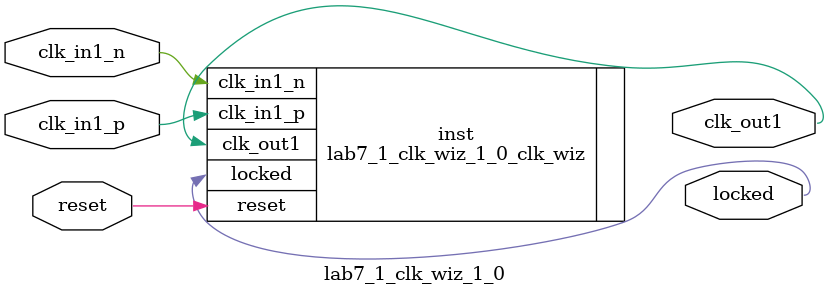
<source format=v>


`timescale 1ps/1ps

(* CORE_GENERATION_INFO = "lab7_1_clk_wiz_1_0,clk_wiz_v6_0_11_0_0,{component_name=lab7_1_clk_wiz_1_0,use_phase_alignment=true,use_min_o_jitter=false,use_max_i_jitter=false,use_dyn_phase_shift=false,use_inclk_switchover=false,use_dyn_reconfig=false,enable_axi=0,feedback_source=FDBK_AUTO,PRIMITIVE=MMCM,num_out_clk=1,clkin1_period=10.000,clkin2_period=10.000,use_power_down=false,use_reset=true,use_locked=true,use_inclk_stopped=false,feedback_type=SINGLE,CLOCK_MGR_TYPE=NA,manual_override=false}" *)

module lab7_1_clk_wiz_1_0 
 (
  // Clock out ports
  output        clk_out1,
  // Status and control signals
  input         reset,
  output        locked,
 // Clock in ports
  input         clk_in1_p,
  input         clk_in1_n
 );

  lab7_1_clk_wiz_1_0_clk_wiz inst
  (
  // Clock out ports  
  .clk_out1(clk_out1),
  // Status and control signals               
  .reset(reset), 
  .locked(locked),
 // Clock in ports
  .clk_in1_p(clk_in1_p),
  .clk_in1_n(clk_in1_n)
  );

endmodule

</source>
